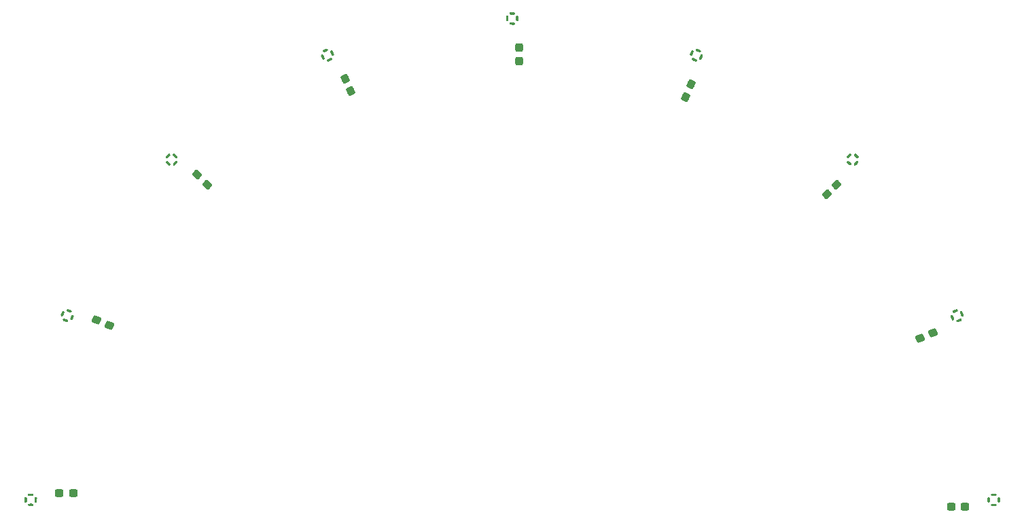
<source format=gbr>
%TF.GenerationSoftware,KiCad,Pcbnew,7.0.1*%
%TF.CreationDate,2023-05-12T16:10:07+02:00*%
%TF.ProjectId,SenseU_Microphoneboard,53656e73-6555-45f4-9d69-63726f70686f,rev?*%
%TF.SameCoordinates,Original*%
%TF.FileFunction,Paste,Bot*%
%TF.FilePolarity,Positive*%
%FSLAX46Y46*%
G04 Gerber Fmt 4.6, Leading zero omitted, Abs format (unit mm)*
G04 Created by KiCad (PCBNEW 7.0.1) date 2023-05-12 16:10:07*
%MOMM*%
%LPD*%
G01*
G04 APERTURE LIST*
G04 Aperture macros list*
%AMRoundRect*
0 Rectangle with rounded corners*
0 $1 Rounding radius*
0 $2 $3 $4 $5 $6 $7 $8 $9 X,Y pos of 4 corners*
0 Add a 4 corners polygon primitive as box body*
4,1,4,$2,$3,$4,$5,$6,$7,$8,$9,$2,$3,0*
0 Add four circle primitives for the rounded corners*
1,1,$1+$1,$2,$3*
1,1,$1+$1,$4,$5*
1,1,$1+$1,$6,$7*
1,1,$1+$1,$8,$9*
0 Add four rect primitives between the rounded corners*
20,1,$1+$1,$2,$3,$4,$5,0*
20,1,$1+$1,$4,$5,$6,$7,0*
20,1,$1+$1,$6,$7,$8,$9,0*
20,1,$1+$1,$8,$9,$2,$3,0*%
G04 Aperture macros list end*
%ADD10C,0.300000*%
%ADD11RoundRect,0.237500X-0.096149X0.370353X-0.338410X-0.178563X0.096149X-0.370353X0.338410X0.178563X0*%
%ADD12RoundRect,0.237500X0.049993X0.379351X-0.380700X-0.038385X-0.049993X-0.379351X0.380700X0.038385X0*%
%ADD13RoundRect,0.237500X0.300000X0.237500X-0.300000X0.237500X-0.300000X-0.237500X0.300000X-0.237500X0*%
%ADD14RoundRect,0.237500X0.188820X0.332796X-0.367243X0.107420X-0.188820X-0.332796X0.367243X-0.107420X0*%
%ADD15RoundRect,0.237500X-0.367243X-0.107420X0.188820X-0.332796X0.367243X0.107420X-0.188820X0.332796X0*%
%ADD16RoundRect,0.237500X-0.300000X-0.237500X0.300000X-0.237500X0.300000X0.237500X-0.300000X0.237500X0*%
%ADD17RoundRect,0.237500X-0.338410X0.178563X-0.096149X-0.370353X0.338410X-0.178563X0.096149X0.370353X0*%
%ADD18RoundRect,0.237500X-0.380700X0.038385X0.049993X-0.379351X0.380700X-0.038385X-0.049993X0.379351X0*%
%ADD19RoundRect,0.237500X-0.237500X0.300000X-0.237500X-0.300000X0.237500X-0.300000X0.237500X0.300000X0*%
G04 APERTURE END LIST*
D10*
%TO.C,MK1*%
X39811000Y-120617499D02*
G75*
G03*
X40191000Y-120617499I190000J602598D01*
G01*
X39371001Y-119797500D02*
G75*
G03*
X39371001Y-120177500I602598J-190000D01*
G01*
X40630999Y-120177500D02*
G75*
G03*
X40630999Y-119797500I-602598J190000D01*
G01*
X40191000Y-119357501D02*
G75*
G03*
X39811000Y-119357501I-190000J-602599D01*
G01*
%TO.C,MK2*%
X44154261Y-97545802D02*
G75*
G03*
X44506435Y-97688540I402439J487102D01*
G01*
X44054495Y-96620575D02*
G75*
G03*
X43911758Y-96972748I487103J-402438D01*
G01*
X45079489Y-97446036D02*
G75*
G03*
X45222226Y-97093863I-487102J402438D01*
G01*
X44979723Y-96520810D02*
G75*
G03*
X44627550Y-96378072I-402439J-487102D01*
G01*
%TO.C,MK3*%
X56990338Y-77900624D02*
G75*
G03*
X57263110Y-78165190I555931J300275D01*
G01*
X57245401Y-77005671D02*
G75*
G03*
X56980836Y-77278443I300276J-555931D01*
G01*
X57885291Y-78155688D02*
G75*
G03*
X58149856Y-77882916I-300276J555931D01*
G01*
X58140354Y-77260734D02*
G75*
G03*
X57867582Y-76996169I-555931J-300277D01*
G01*
%TO.C,MK9*%
X160190000Y-119370001D02*
G75*
G03*
X159810000Y-119370001I-190000J-602598D01*
G01*
X160629999Y-120190000D02*
G75*
G03*
X160629999Y-119810000I-602598J190000D01*
G01*
X159370001Y-119810000D02*
G75*
G03*
X159370001Y-120190000I602598J-190000D01*
G01*
X159810000Y-120629999D02*
G75*
G03*
X160190000Y-120629999I190000J602599D01*
G01*
%TO.C,MK4*%
X76336863Y-64635243D02*
G75*
G03*
X76490295Y-64982891I628010J69487D01*
G01*
X76909390Y-63901615D02*
G75*
G03*
X76561743Y-64055046I69487J-628010D01*
G01*
X77070492Y-65207770D02*
G75*
G03*
X77418139Y-65054339I-69487J628009D01*
G01*
X77643018Y-64474142D02*
G75*
G03*
X77489587Y-64126495I-628010J-69487D01*
G01*
%TO.C,MK7*%
X142122755Y-76992634D02*
G75*
G03*
X141849982Y-77257200I283159J-564842D01*
G01*
X143009501Y-77274909D02*
G75*
G03*
X142744936Y-77002137I-564841J-283159D01*
G01*
X141840481Y-77879382D02*
G75*
G03*
X142105046Y-78152154I564841J283159D01*
G01*
X142727227Y-78161656D02*
G75*
G03*
X142999999Y-77897091I-283159J564842D01*
G01*
%TO.C,MK8*%
X155375447Y-96393596D02*
G75*
G03*
X155023274Y-96536333I50265J-629839D01*
G01*
X156091239Y-96988272D02*
G75*
G03*
X155948502Y-96636099I-629840J-50265D01*
G01*
X154780771Y-97109387D02*
G75*
G03*
X154923508Y-97461560I629839J50265D01*
G01*
X155496562Y-97704064D02*
G75*
G03*
X155848736Y-97561327I-50265J629841D01*
G01*
%TO.C,MK5*%
X99382501Y-59808000D02*
G75*
G03*
X99382501Y-60188000I602598J-190000D01*
G01*
X100202500Y-59368001D02*
G75*
G03*
X99822500Y-59368001I-190000J-602598D01*
G01*
X99822500Y-60627999D02*
G75*
G03*
X100202500Y-60627999I190000J602598D01*
G01*
X100642499Y-60188000D02*
G75*
G03*
X100642499Y-59808000I-602599J190000D01*
G01*
%TO.C,MK6*%
X122448717Y-64134381D02*
G75*
G03*
X122295285Y-64482028I474578J-417134D01*
G01*
X123376561Y-64062932D02*
G75*
G03*
X123028914Y-63909501I-417134J-474579D01*
G01*
X122520165Y-65062225D02*
G75*
G03*
X122867812Y-65215656I417134J474578D01*
G01*
X123448008Y-64990776D02*
G75*
G03*
X123601440Y-64643129I-474578J417134D01*
G01*
%TD*%
D11*
%TO.C,C6*%
X122273251Y-68185932D03*
X121576749Y-69764068D03*
%TD*%
D12*
%TO.C,C7*%
X140444122Y-80674505D03*
X139205878Y-81875495D03*
%TD*%
D13*
%TO.C,C9*%
X156412500Y-120850000D03*
X154687500Y-120850000D03*
%TD*%
D14*
%TO.C,C8*%
X152449340Y-99176023D03*
X150850660Y-99823977D03*
%TD*%
D15*
%TO.C,C2*%
X48200660Y-97601023D03*
X49799340Y-98248977D03*
%TD*%
D16*
%TO.C,C1*%
X43587500Y-119150000D03*
X45312500Y-119150000D03*
%TD*%
D17*
%TO.C,C4*%
X79201749Y-67485932D03*
X79898251Y-69064068D03*
%TD*%
D18*
%TO.C,C3*%
X60730878Y-79474505D03*
X61969122Y-80675495D03*
%TD*%
D19*
%TO.C,C5*%
X100850000Y-63587500D03*
X100850000Y-65312500D03*
%TD*%
M02*

</source>
